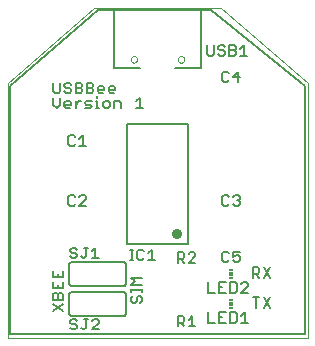
<source format=gto>
G75*
G70*
%OFA0B0*%
%FSLAX24Y24*%
%IPPOS*%
%LPD*%
%AMOC8*
5,1,8,0,0,1.08239X$1,22.5*
%
%ADD10C,0.0000*%
%ADD11C,0.0060*%
%ADD12C,0.0050*%
%ADD13C,0.0080*%
%ADD14C,0.0348*%
%ADD15R,0.0118X0.0059*%
%ADD16R,0.0118X0.0118*%
D10*
X000645Y000524D02*
X000645Y009019D01*
X003520Y011524D01*
X007770Y011524D01*
X010645Y009019D01*
X010645Y000524D01*
X000645Y000524D01*
X004750Y009803D02*
X004752Y009823D01*
X004758Y009843D01*
X004767Y009861D01*
X004780Y009878D01*
X004795Y009891D01*
X004813Y009901D01*
X004833Y009908D01*
X004853Y009911D01*
X004873Y009910D01*
X004893Y009905D01*
X004912Y009897D01*
X004929Y009885D01*
X004943Y009870D01*
X004954Y009852D01*
X004962Y009833D01*
X004966Y009813D01*
X004966Y009793D01*
X004962Y009773D01*
X004954Y009754D01*
X004943Y009736D01*
X004929Y009721D01*
X004912Y009709D01*
X004893Y009701D01*
X004873Y009696D01*
X004853Y009695D01*
X004833Y009698D01*
X004813Y009705D01*
X004795Y009715D01*
X004780Y009728D01*
X004767Y009745D01*
X004758Y009763D01*
X004752Y009783D01*
X004750Y009803D01*
X006324Y009803D02*
X006326Y009823D01*
X006332Y009843D01*
X006341Y009861D01*
X006354Y009878D01*
X006369Y009891D01*
X006387Y009901D01*
X006407Y009908D01*
X006427Y009911D01*
X006447Y009910D01*
X006467Y009905D01*
X006486Y009897D01*
X006503Y009885D01*
X006517Y009870D01*
X006528Y009852D01*
X006536Y009833D01*
X006540Y009813D01*
X006540Y009793D01*
X006536Y009773D01*
X006528Y009754D01*
X006517Y009736D01*
X006503Y009721D01*
X006486Y009709D01*
X006467Y009701D01*
X006447Y009696D01*
X006427Y009695D01*
X006407Y009698D01*
X006387Y009705D01*
X006369Y009715D01*
X006354Y009728D01*
X006341Y009745D01*
X006332Y009763D01*
X006326Y009783D01*
X006324Y009803D01*
D11*
X007300Y009986D02*
X007357Y009929D01*
X007470Y009929D01*
X007527Y009986D01*
X007527Y010269D01*
X007668Y010213D02*
X007668Y010156D01*
X007725Y010099D01*
X007838Y010099D01*
X007895Y010043D01*
X007895Y009986D01*
X007838Y009929D01*
X007725Y009929D01*
X007668Y009986D01*
X007668Y010213D02*
X007725Y010269D01*
X007838Y010269D01*
X007895Y010213D01*
X008037Y010269D02*
X008037Y009929D01*
X008207Y009929D01*
X008264Y009986D01*
X008264Y010043D01*
X008207Y010099D01*
X008037Y010099D01*
X008207Y010099D02*
X008264Y010156D01*
X008264Y010213D01*
X008207Y010269D01*
X008037Y010269D01*
X008405Y010156D02*
X008518Y010269D01*
X008518Y009929D01*
X008405Y009929D02*
X008632Y009929D01*
X008338Y009394D02*
X008168Y009224D01*
X008395Y009224D01*
X008338Y009054D02*
X008338Y009394D01*
X008027Y009338D02*
X007970Y009394D01*
X007857Y009394D01*
X007800Y009338D01*
X007800Y009111D01*
X007857Y009054D01*
X007970Y009054D01*
X008027Y009111D01*
X007300Y009986D02*
X007300Y010269D01*
X005164Y008179D02*
X004937Y008179D01*
X005051Y008179D02*
X005051Y008519D01*
X004937Y008406D01*
X004428Y008349D02*
X004428Y008179D01*
X004428Y008349D02*
X004371Y008406D01*
X004201Y008406D01*
X004201Y008179D01*
X004059Y008236D02*
X004059Y008349D01*
X004002Y008406D01*
X003889Y008406D01*
X003832Y008349D01*
X003832Y008236D01*
X003889Y008179D01*
X004002Y008179D01*
X004059Y008236D01*
X003700Y008179D02*
X003587Y008179D01*
X003644Y008179D02*
X003644Y008406D01*
X003587Y008406D01*
X003644Y008519D02*
X003644Y008576D01*
X003705Y008679D02*
X003648Y008736D01*
X003648Y008849D01*
X003705Y008906D01*
X003818Y008906D01*
X003875Y008849D01*
X003875Y008793D01*
X003648Y008793D01*
X003705Y008679D02*
X003818Y008679D01*
X004017Y008736D02*
X004017Y008849D01*
X004073Y008906D01*
X004187Y008906D01*
X004243Y008849D01*
X004243Y008793D01*
X004017Y008793D01*
X004017Y008736D02*
X004073Y008679D01*
X004187Y008679D01*
X003507Y008736D02*
X003450Y008679D01*
X003280Y008679D01*
X003280Y009019D01*
X003450Y009019D01*
X003507Y008963D01*
X003507Y008906D01*
X003450Y008849D01*
X003280Y008849D01*
X003450Y008849D02*
X003507Y008793D01*
X003507Y008736D01*
X003445Y008406D02*
X003275Y008406D01*
X003219Y008349D01*
X003275Y008293D01*
X003389Y008293D01*
X003445Y008236D01*
X003389Y008179D01*
X003219Y008179D01*
X003082Y008406D02*
X003025Y008406D01*
X002912Y008293D01*
X002912Y008406D02*
X002912Y008179D01*
X002770Y008293D02*
X002543Y008293D01*
X002543Y008349D02*
X002543Y008236D01*
X002600Y008179D01*
X002713Y008179D01*
X002770Y008293D02*
X002770Y008349D01*
X002713Y008406D01*
X002600Y008406D01*
X002543Y008349D01*
X002402Y008293D02*
X002402Y008519D01*
X002345Y008679D02*
X002232Y008679D01*
X002175Y008736D01*
X002175Y009019D01*
X002402Y009019D02*
X002402Y008736D01*
X002345Y008679D01*
X002543Y008736D02*
X002600Y008679D01*
X002713Y008679D01*
X002770Y008736D01*
X002770Y008793D01*
X002713Y008849D01*
X002600Y008849D01*
X002543Y008906D01*
X002543Y008963D01*
X002600Y009019D01*
X002713Y009019D01*
X002770Y008963D01*
X002912Y009019D02*
X003082Y009019D01*
X003139Y008963D01*
X003139Y008906D01*
X003082Y008849D01*
X002912Y008849D01*
X002912Y008679D02*
X003082Y008679D01*
X003139Y008736D01*
X003139Y008793D01*
X003082Y008849D01*
X002912Y008679D02*
X002912Y009019D01*
X002402Y008293D02*
X002288Y008179D01*
X002175Y008293D01*
X002175Y008519D01*
X002732Y007269D02*
X002675Y007213D01*
X002675Y006986D01*
X002732Y006929D01*
X002845Y006929D01*
X002902Y006986D01*
X003043Y006929D02*
X003270Y006929D01*
X003157Y006929D02*
X003157Y007269D01*
X003043Y007156D01*
X002902Y007213D02*
X002845Y007269D01*
X002732Y007269D01*
X002732Y005269D02*
X002675Y005213D01*
X002675Y004986D01*
X002732Y004929D01*
X002845Y004929D01*
X002902Y004986D01*
X003043Y004929D02*
X003270Y005156D01*
X003270Y005213D01*
X003213Y005269D01*
X003100Y005269D01*
X003043Y005213D01*
X002902Y005213D02*
X002845Y005269D01*
X002732Y005269D01*
X003043Y004929D02*
X003270Y004929D01*
X003263Y003519D02*
X003263Y003236D01*
X003207Y003179D01*
X003150Y003179D01*
X003093Y003236D01*
X002952Y003236D02*
X002895Y003179D01*
X002782Y003179D01*
X002725Y003236D01*
X002782Y003349D02*
X002895Y003349D01*
X002952Y003293D01*
X002952Y003236D01*
X002782Y003349D02*
X002725Y003406D01*
X002725Y003463D01*
X002782Y003519D01*
X002895Y003519D01*
X002952Y003463D01*
X003207Y003519D02*
X003320Y003519D01*
X003462Y003406D02*
X003575Y003519D01*
X003575Y003179D01*
X003462Y003179D02*
X003689Y003179D01*
X004495Y003049D02*
X002795Y003049D01*
X002778Y003047D01*
X002761Y003043D01*
X002745Y003036D01*
X002731Y003026D01*
X002718Y003013D01*
X002708Y002999D01*
X002701Y002983D01*
X002697Y002966D01*
X002695Y002949D01*
X002695Y002349D01*
X002697Y002332D01*
X002701Y002315D01*
X002708Y002299D01*
X002718Y002285D01*
X002731Y002272D01*
X002745Y002262D01*
X002761Y002255D01*
X002778Y002251D01*
X002795Y002249D01*
X004495Y002249D01*
X004512Y002251D01*
X004529Y002255D01*
X004545Y002262D01*
X004559Y002272D01*
X004572Y002285D01*
X004582Y002299D01*
X004589Y002315D01*
X004593Y002332D01*
X004595Y002349D01*
X004595Y002949D01*
X004593Y002966D01*
X004589Y002983D01*
X004582Y002999D01*
X004572Y003013D01*
X004559Y003026D01*
X004545Y003036D01*
X004529Y003043D01*
X004512Y003047D01*
X004495Y003049D01*
X004728Y003123D02*
X004842Y003123D01*
X004785Y003123D02*
X004785Y003463D01*
X004728Y003463D02*
X004842Y003463D01*
X004974Y003407D02*
X004974Y003180D01*
X005030Y003123D01*
X005144Y003123D01*
X005201Y003180D01*
X005342Y003123D02*
X005569Y003123D01*
X005456Y003123D02*
X005456Y003463D01*
X005342Y003350D01*
X005201Y003407D02*
X005144Y003463D01*
X005030Y003463D01*
X004974Y003407D01*
X005115Y002520D02*
X004775Y002520D01*
X004888Y002406D01*
X004775Y002293D01*
X005115Y002293D01*
X005115Y002161D02*
X005115Y002047D01*
X005115Y002104D02*
X004775Y002104D01*
X004775Y002047D02*
X004775Y002161D01*
X004831Y001906D02*
X004775Y001849D01*
X004775Y001736D01*
X004831Y001679D01*
X004888Y001679D01*
X004945Y001736D01*
X004945Y001849D01*
X005002Y001906D01*
X005058Y001906D01*
X005115Y001849D01*
X005115Y001736D01*
X005058Y001679D01*
X004595Y001949D02*
X004595Y001349D01*
X004593Y001332D01*
X004589Y001315D01*
X004582Y001299D01*
X004572Y001285D01*
X004559Y001272D01*
X004545Y001262D01*
X004529Y001255D01*
X004512Y001251D01*
X004495Y001249D01*
X002795Y001249D01*
X002778Y001251D01*
X002761Y001255D01*
X002745Y001262D01*
X002731Y001272D01*
X002718Y001285D01*
X002708Y001299D01*
X002701Y001315D01*
X002697Y001332D01*
X002695Y001349D01*
X002695Y001949D01*
X002697Y001966D01*
X002701Y001983D01*
X002708Y001999D01*
X002718Y002013D01*
X002731Y002026D01*
X002745Y002036D01*
X002761Y002043D01*
X002778Y002047D01*
X002795Y002049D01*
X004495Y002049D01*
X004512Y002047D01*
X004529Y002043D01*
X004545Y002036D01*
X004559Y002026D01*
X004572Y002013D01*
X004582Y001999D01*
X004589Y001983D01*
X004593Y001966D01*
X004595Y001949D01*
X003689Y001088D02*
X003689Y001031D01*
X003462Y000804D01*
X003689Y000804D01*
X003689Y001088D02*
X003632Y001144D01*
X003518Y001144D01*
X003462Y001088D01*
X003320Y001144D02*
X003207Y001144D01*
X003263Y001144D02*
X003263Y000861D01*
X003207Y000804D01*
X003150Y000804D01*
X003093Y000861D01*
X002952Y000861D02*
X002895Y000804D01*
X002782Y000804D01*
X002725Y000861D01*
X002782Y000974D02*
X002895Y000974D01*
X002952Y000918D01*
X002952Y000861D01*
X002782Y000974D02*
X002725Y001031D01*
X002725Y001088D01*
X002782Y001144D01*
X002895Y001144D01*
X002952Y001088D01*
X002490Y001429D02*
X002150Y001656D01*
X002150Y001429D02*
X002490Y001656D01*
X002490Y001797D02*
X002490Y001968D01*
X002433Y002024D01*
X002377Y002024D01*
X002320Y001968D01*
X002320Y001797D01*
X002490Y001797D02*
X002150Y001797D01*
X002150Y001968D01*
X002206Y002024D01*
X002263Y002024D01*
X002320Y001968D01*
X002320Y002166D02*
X002320Y002279D01*
X002150Y002166D02*
X002490Y002166D01*
X002490Y002393D01*
X002490Y002534D02*
X002490Y002761D01*
X002320Y002647D02*
X002320Y002534D01*
X002150Y002534D02*
X002490Y002534D01*
X002150Y002534D02*
X002150Y002761D01*
X002150Y002393D02*
X002150Y002166D01*
X006313Y003029D02*
X006313Y003369D01*
X006484Y003369D01*
X006540Y003313D01*
X006540Y003199D01*
X006484Y003143D01*
X006313Y003143D01*
X006427Y003143D02*
X006540Y003029D01*
X006682Y003029D02*
X006909Y003256D01*
X006909Y003313D01*
X006852Y003369D01*
X006738Y003369D01*
X006682Y003313D01*
X006682Y003029D02*
X006909Y003029D01*
X007327Y002369D02*
X007327Y002029D01*
X007554Y002029D01*
X007695Y002029D02*
X007695Y002369D01*
X007922Y002369D01*
X008063Y002369D02*
X008234Y002369D01*
X008290Y002313D01*
X008290Y002086D01*
X008234Y002029D01*
X008063Y002029D01*
X008063Y002369D01*
X007809Y002199D02*
X007695Y002199D01*
X007695Y002029D02*
X007922Y002029D01*
X008432Y002029D02*
X008659Y002256D01*
X008659Y002313D01*
X008602Y002369D01*
X008488Y002369D01*
X008432Y002313D01*
X008432Y002029D02*
X008659Y002029D01*
X008813Y001869D02*
X009040Y001869D01*
X008927Y001869D02*
X008927Y001529D01*
X009182Y001529D02*
X009409Y001869D01*
X009182Y001869D02*
X009409Y001529D01*
X008659Y001029D02*
X008432Y001029D01*
X008545Y001029D02*
X008545Y001369D01*
X008432Y001256D01*
X008290Y001313D02*
X008290Y001086D01*
X008234Y001029D01*
X008063Y001029D01*
X008063Y001369D01*
X008234Y001369D01*
X008290Y001313D01*
X007922Y001369D02*
X007695Y001369D01*
X007695Y001029D01*
X007922Y001029D01*
X007809Y001199D02*
X007695Y001199D01*
X007554Y001029D02*
X007327Y001029D01*
X007327Y001369D01*
X006795Y001244D02*
X006795Y000904D01*
X006682Y000904D02*
X006909Y000904D01*
X006682Y001131D02*
X006795Y001244D01*
X006540Y001188D02*
X006540Y001074D01*
X006484Y001018D01*
X006313Y001018D01*
X006427Y001018D02*
X006540Y000904D01*
X006313Y000904D02*
X006313Y001244D01*
X006484Y001244D01*
X006540Y001188D01*
X007857Y003054D02*
X007970Y003054D01*
X008027Y003111D01*
X008168Y003111D02*
X008225Y003054D01*
X008338Y003054D01*
X008395Y003111D01*
X008395Y003224D01*
X008338Y003281D01*
X008282Y003281D01*
X008168Y003224D01*
X008168Y003394D01*
X008395Y003394D01*
X008027Y003338D02*
X007970Y003394D01*
X007857Y003394D01*
X007800Y003338D01*
X007800Y003111D01*
X007857Y003054D01*
X008813Y002869D02*
X008813Y002529D01*
X008813Y002643D02*
X008984Y002643D01*
X009040Y002699D01*
X009040Y002813D01*
X008984Y002869D01*
X008813Y002869D01*
X008927Y002643D02*
X009040Y002529D01*
X009182Y002529D02*
X009409Y002869D01*
X009182Y002869D02*
X009409Y002529D01*
X008338Y004929D02*
X008225Y004929D01*
X008168Y004986D01*
X008027Y004986D02*
X007970Y004929D01*
X007857Y004929D01*
X007800Y004986D01*
X007800Y005213D01*
X007857Y005269D01*
X007970Y005269D01*
X008027Y005213D01*
X008168Y005213D02*
X008225Y005269D01*
X008338Y005269D01*
X008395Y005213D01*
X008395Y005156D01*
X008338Y005099D01*
X008395Y005043D01*
X008395Y004986D01*
X008338Y004929D01*
X008338Y005099D02*
X008282Y005099D01*
D12*
X010566Y008905D02*
X007417Y011464D01*
X003677Y011464D01*
X000724Y008905D01*
X000724Y000637D01*
X010566Y000637D01*
X010566Y008905D01*
X007102Y009527D02*
X007102Y011496D01*
X004188Y011496D01*
X004188Y009527D01*
X005054Y009527D01*
X006236Y009527D02*
X007102Y009527D01*
D13*
X006669Y007657D02*
X004621Y007657D01*
X004621Y003641D01*
X006669Y003641D01*
X006669Y007657D01*
D14*
X006285Y003996D03*
D15*
X008086Y002797D03*
X008086Y002501D03*
X008086Y001797D03*
X008086Y001501D03*
D16*
X008086Y001649D03*
X008086Y002649D03*
M02*

</source>
